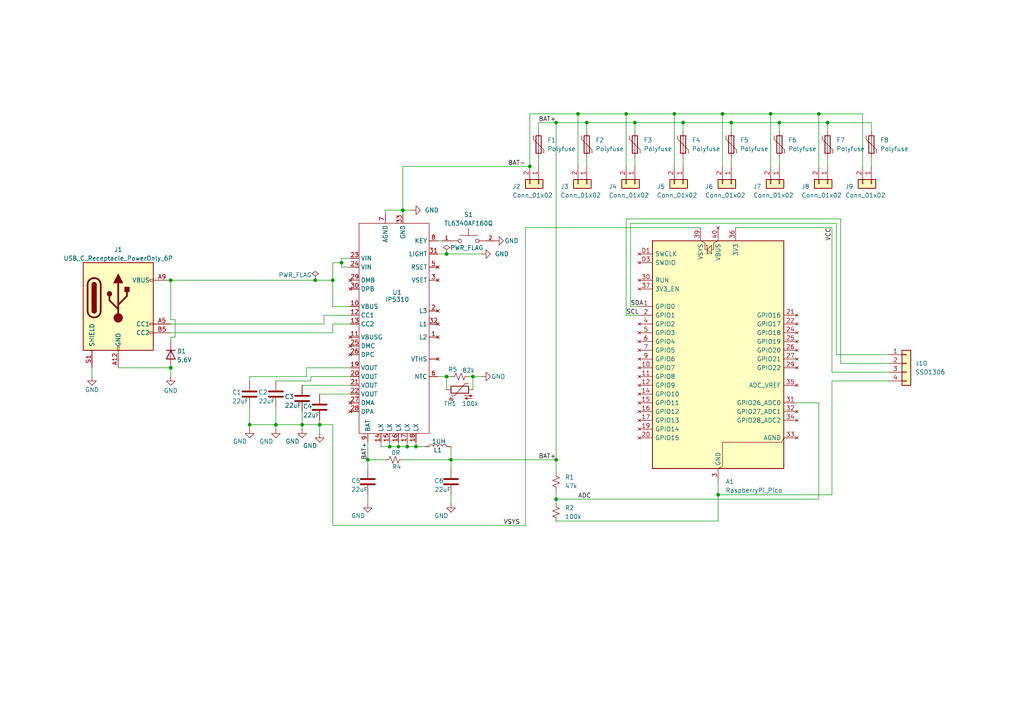
<source format=kicad_sch>
(kicad_sch (version 20250114) (generator "eeschema") (generator_version "9.0")
  (paper "A4")
  (lib_symbols
    (symbol "Connector:USB_C_Receptacle_PowerOnly_6P" (pin_names (offset 1.016))
      (property "Reference" "J" (at 0 16.51 0))
      (property "Value" "USB_C_Receptacle_PowerOnly_6P" (at 0 13.97 0))
      (symbol "USB_C_Receptacle_PowerOnly_6P_0_0"
        (rectangle (start -0.254 -12.7) (end 0.254 -11.684))
        (rectangle (start 10.16 7.874) (end 9.144 7.366))
        (rectangle (start 10.16 -4.826) (end 9.144 -5.334))
        (rectangle (start 10.16 -7.366) (end 9.144 -7.874))
      )
      (symbol "USB_C_Receptacle_PowerOnly_6P_0_1"
        (rectangle (start -10.16 12.7) (end 10.16 -12.7) (stroke (width 0.254)) (fill (type background)))
        (polyline (pts (xy -8.89 -1.27) (xy -8.89 6.35)) (stroke (width 0.508)))
        (rectangle (start -7.62 -1.27) (end -6.35 6.35) (stroke (width 0.254)) (fill (type outline)))
        (arc (start -7.62 6.35) (mid -6.985 6.9823) (end -6.35 6.35) (stroke (width 0.254)))
        (arc (start -7.62 6.35) (mid -6.985 6.9823) (end -6.35 6.35) (stroke (width 0.254)) (fill (type outline)))
        (arc (start -8.89 6.35) (mid -6.985 8.2467) (end -5.08 6.35) (stroke (width 0.508)))
        (arc (start -5.08 -1.27) (mid -6.985 -3.1667) (end -8.89 -1.27) (stroke (width 0.508)))
        (arc (start -6.35 -1.27) (mid -6.985 -1.9023) (end -7.62 -1.27) (stroke (width 0.254)))
        (arc (start -6.35 -1.27) (mid -6.985 -1.9023) (end -7.62 -1.27) (stroke (width 0.254)) (fill (type outline)))
        (polyline (pts (xy -5.08 6.35) (xy -5.08 -1.27)) (stroke (width 0.508)))
        (circle (center -2.54 3.683) (radius 0.635) (stroke (width 0.254)) (fill (type outline)))
        (polyline (pts (xy -1.27 6.858) (xy 0 9.398) (xy 1.27 6.858) (xy -1.27 6.858)) (stroke (width 0.254)) (fill (type outline)))
        (polyline (pts (xy 0 0.508) (xy 2.54 3.048) (xy 2.54 4.318)) (stroke (width 0.508)))
        (polyline (pts (xy 0 -0.762) (xy -2.54 1.778) (xy -2.54 3.048)) (stroke (width 0.508)))
        (polyline (pts (xy 0 -3.302) (xy 0 6.858)) (stroke (width 0.508)))
        (circle (center 0 -3.302) (radius 1.27) (fill (type outline)))
        (rectangle (start 1.905 4.318) (end 3.175 5.588) (stroke (width 0.254)) (fill (type outline)))
      )
      (symbol "USB_C_Receptacle_PowerOnly_6P_1_1"
        (pin passive line (at -7.62 -17.78 90) (length 5.08) (name "SHIELD") (number "S1"))
        (pin passive line (at 0 -17.78 90) (length 5.08) (name "GND") (number "A12"))
        (pin passive line (at 0 -17.78 90) (length 5.08) (hide yes) (name "GND") (number "B12"))
        (pin passive line (at 15.24 7.62 180) (length 5.08) (name "VBUS") (number "A9"))
        (pin passive line (at 15.24 7.62 180) (length 5.08) (hide yes) (name "VBUS") (number "B9"))
        (pin bidirectional line (at 15.24 -5.08 180) (length 5.08) (name "CC1") (number "A5"))
        (pin bidirectional line (at 15.24 -7.62 180) (length 5.08) (name "CC2") (number "B5"))
      )
    )
    (symbol "Connector_Generic:Conn_01x02" (pin_names (offset 1.016) (hide yes))
      (property "Reference" "J" (at 0 2.54 0))
      (property "Value" "Conn_01x02" (at 0 -5.08 0))
      (symbol "Conn_01x02_1_1"
        (rectangle (start -1.27 1.27) (end 1.27 -3.81) (stroke (width 0.254)) (fill (type background)))
        (rectangle (start -1.27 0.127) (end 0 -0.127) (stroke (width 0.1524)))
        (rectangle (start -1.27 -2.413) (end 0 -2.667) (stroke (width 0.1524)))
        (pin passive line (at -5.08 0 0) (length 3.81) (name "Pin_1") (number "1"))
        (pin passive line (at -5.08 -2.54 0) (length 3.81) (name "Pin_2") (number "2"))
      )
    )
    (symbol "Connector_Generic:Conn_01x04" (pin_names (offset 1.016) (hide yes))
      (property "Reference" "J10" (at 2.54 0.0001 0))
      (property "Value" "SSD1306" (at 2.54 -2.5399 0))
      (symbol "Conn_01x04_1_1"
        (rectangle (start -1.27 3.81) (end 1.27 -6.35) (stroke (width 0.254)) (fill (type background)))
        (rectangle (start -1.27 2.667) (end 0 2.413) (stroke (width 0.1524)))
        (rectangle (start -1.27 0.127) (end 0 -0.127) (stroke (width 0.1524)))
        (rectangle (start -1.27 -2.413) (end 0 -2.667) (stroke (width 0.1524)))
        (rectangle (start -1.27 -4.953) (end 0 -5.207) (stroke (width 0.1524)))
        (pin passive line (at -5.08 2.54 0) (length 3.81) (name "SDA") (number "1"))
        (pin passive line (at -5.08 0 0) (length 3.81) (name "SCL") (number "2"))
        (pin passive line (at -5.08 -2.54 0) (length 3.81) (name "VCC") (number "3"))
        (pin passive line (at -5.08 -5.08 0) (length 3.81) (name "GND") (number "4"))
      )
    )
    (symbol "Device:C" (pin_numbers (hide yes)) (pin_names (offset 0.254))
      (property "Reference" "C" (at 0.635 2.54 0))
      (property "Value" "C" (at 0.635 -2.54 0))
      (symbol "C_0_1"
        (polyline (pts (xy -2.032 0.762) (xy 2.032 0.762)) (stroke (width 0.508)))
        (polyline (pts (xy -2.032 -0.762) (xy 2.032 -0.762)) (stroke (width 0.508)))
      )
      (symbol "C_1_1"
        (pin passive line (at 0 3.81 270) (length 2.794) (name "~") (number "1"))
        (pin passive line (at 0 -3.81 90) (length 2.794) (name "~") (number "2"))
      )
    )
    (symbol "Device:L" (pin_numbers (hide yes)) (pin_names (offset 1.016) (hide yes))
      (property "Reference" "L" (at -1.27 0 90))
      (property "Value" "L" (at 1.905 0 90))
      (symbol "L_0_1"
        (arc (start 0 2.54) (mid 0.6323 1.905) (end 0 1.27))
        (arc (start 0 1.27) (mid 0.6323 0.635) (end 0 0))
        (arc (start 0 0) (mid 0.6323 -0.635) (end 0 -1.27))
        (arc (start 0 -1.27) (mid 0.6323 -1.905) (end 0 -2.54))
      )
      (symbol "L_1_1"
        (pin passive line (at 0 3.81 270) (length 1.27) (name "1") (number "1"))
        (pin passive line (at 0 -3.81 90) (length 1.27) (name "2") (number "2"))
      )
    )
    (symbol "Device:Polyfuse" (pin_numbers (hide yes)) (pin_names (offset 0))
      (property "Reference" "F" (at -2.54 0 90))
      (property "Value" "Polyfuse" (at 2.54 0 90))
      (symbol "Polyfuse_0_1"
        (polyline (pts (xy -1.524 2.54) (xy -1.524 1.524) (xy 1.524 -1.524) (xy 1.524 -2.54)))
        (rectangle (start -0.762 2.54) (end 0.762 -2.54) (stroke (width 0.254)))
        (polyline (pts (xy 0 2.54) (xy 0 -2.54)))
      )
      (symbol "Polyfuse_1_1"
        (pin passive line (at 0 3.81 270) (length 1.27) (name "~") (number "1"))
        (pin passive line (at 0 -3.81 90) (length 1.27) (name "~") (number "2"))
      )
    )
    (symbol "Device:R_Small_US" (pin_numbers (hide yes)) (pin_names (offset 0.254) (hide yes))
      (property "Reference" "R" (at 0.762 0.508 0))
      (property "Value" "R_Small_US" (at 0.762 -1.016 0))
      (symbol "R_Small_US_1_1"
        (polyline (pts (xy 0 1.524) (xy 1.016 1.143) (xy 0 0.762) (xy -1.016 0.381) (xy 0 0)))
        (polyline (pts (xy 0 0) (xy 1.016 -0.381) (xy 0 -0.762) (xy -1.016 -1.143) (xy 0 -1.524)))
        (pin passive line (at 0 2.54 270) (length 1.016) (name "~") (number "1"))
        (pin passive line (at 0 -2.54 90) (length 1.016) (name "~") (number "2"))
      )
    )
    (symbol "Device:Thermistor_NTC" (pin_numbers (hide yes)) (pin_names (offset 0))
      (property "Reference" "TH" (at -4.445 0 90))
      (property "Value" "Thermistor_NTC" (at 3.175 0 90))
      (symbol "Thermistor_NTC_0_1"
        (arc (start -3.175 2.413) (mid -3.0506 2.3165) (end -3.048 2.159))
        (arc (start -3.048 2.794) (mid -2.9736 2.9736) (end -2.794 3.048))
        (arc (start -2.794 3.048) (mid -2.6144 2.9736) (end -2.54 2.794))
        (arc (start -2.794 2.54) (mid -2.9736 2.6144) (end -3.048 2.794))
        (arc (start -2.794 1.905) (mid -2.9736 1.9794) (end -3.048 2.159))
        (arc (start -2.54 2.159) (mid -2.6144 1.9794) (end -2.794 1.905))
        (arc (start -2.159 2.794) (mid -2.434 2.5608) (end -2.794 2.54))
        (polyline (pts (xy -2.54 2.159) (xy -2.54 2.794)))
        (polyline (pts (xy -2.54 -3.683) (xy -2.54 -1.397) (xy -2.794 -2.159) (xy -2.286 -2.159) (xy -2.54 -1.397) (xy -2.54 -1.651)) (fill (type outline)))
        (polyline (pts (xy -1.778 2.54) (xy -1.778 1.524) (xy 1.778 -1.524) (xy 1.778 -2.54)))
        (polyline (pts (xy -1.778 -1.397) (xy -1.778 -3.683) (xy -2.032 -2.921) (xy -1.524 -2.921) (xy -1.778 -3.683) (xy -1.778 -3.429)) (fill (type outline)))
        (rectangle (start -1.016 2.54) (end 1.016 -2.54) (stroke (width 0.254)))
      )
      (symbol "Thermistor_NTC_1_1"
        (pin passive line (at 0 3.81 270) (length 1.27) (name "~") (number "1"))
        (pin passive line (at 0 -3.81 90) (length 1.27) (name "~") (number "2"))
      )
    )
    (symbol "Diode:1N4148WT" (pin_numbers (hide yes)) (pin_names (hide yes))
      (property "Reference" "D" (at 0 2.54 0))
      (property "Value" "1N4148WT" (at 0 -2.54 0))
      (symbol "1N4148WT_0_1"
        (polyline (pts (xy -1.27 1.27) (xy -1.27 -1.27)) (stroke (width 0.254)))
        (polyline (pts (xy 1.27 1.27) (xy 1.27 -1.27) (xy -1.27 0) (xy 1.27 1.27)) (stroke (width 0.254)))
        (polyline (pts (xy 1.27 0) (xy -1.27 0)))
      )
      (symbol "1N4148WT_1_1"
        (pin passive line (at -3.81 0 0) (length 2.54) (name "K") (number "1"))
        (pin passive line (at 3.81 0 180) (length 2.54) (name "A") (number "2"))
      )
    )
    (symbol "MCU_Module:RaspberryPi_Pico_Debug" (pin_names (offset 0.762))
      (property "Reference" "A1" (at 2.1433 -35.56 0))
      (property "Value" "RaspberryPi_Pico" (at 2.1433 -38.1 0))
      (symbol "RaspberryPi_Pico_Debug_0_1"
        (rectangle (start -19.05 34.29) (end 19.05 -31.75) (stroke (width 0.254)) (fill (type background)))
        (polyline (pts (xy -5.08 34.29) (xy -3.81 33.655) (xy -3.81 31.75) (xy -3.175 31.75)))
        (polyline (pts (xy -3.429 32.766) (xy -3.429 33.02) (xy -3.175 33.02) (xy -3.175 30.48) (xy -2.921 30.48) (xy -2.921 30.734)))
        (polyline (pts (xy -3.175 31.75) (xy -1.905 33.02) (xy -1.905 30.48) (xy -3.175 31.75)))
        (polyline (pts (xy 0 34.29) (xy -1.27 33.655) (xy -1.27 31.75) (xy -1.905 31.75)))
        (polyline (pts (xy 0 -31.75) (xy 1.27 -31.115) (xy 1.27 -24.13) (xy 18.415 -24.13) (xy 19.05 -22.86)))
      )
      (symbol "RaspberryPi_Pico_Debug_1_1"
        (pin no_connect line (at -22.86 30.48 0) (length 3.81) (name "SWCLK") (number "D1"))
        (pin no_connect line (at -22.86 27.94 0) (length 3.81) (name "SWDIO") (number "D3"))
        (pin no_connect line (at -22.86 22.86 0) (length 3.81) (name "RUN") (number "30"))
        (pin no_connect line (at -22.86 20.32 0) (length 3.81) (name "3V3_EN") (number "37"))
        (pin bidirectional line (at -22.86 15.24 0) (length 3.81) (name "GPIO0") (number "1"))
        (pin bidirectional line (at -22.86 12.7 0) (length 3.81) (name "GPIO1") (number "2"))
        (pin no_connect line (at -22.86 10.16 0) (length 3.81) (name "GPIO2") (number "4"))
        (pin no_connect line (at -22.86 7.62 0) (length 3.81) (name "GPIO3") (number "5"))
        (pin no_connect line (at -22.86 5.08 0) (length 3.81) (name "GPIO4") (number "6"))
        (pin no_connect line (at -22.86 2.54 0) (length 3.81) (name "GPIO5") (number "7"))
        (pin no_connect line (at -22.86 0 0) (length 3.81) (name "GPIO6") (number "9"))
        (pin no_connect line (at -22.86 -2.54 0) (length 3.81) (name "GPIO7") (number "10"))
        (pin no_connect line (at -22.86 -5.08 0) (length 3.81) (name "GPIO8") (number "11"))
        (pin no_connect line (at -22.86 -7.62 0) (length 3.81) (name "GPIO9") (number "12"))
        (pin no_connect line (at -22.86 -10.16 0) (length 3.81) (name "GPIO10") (number "14"))
        (pin no_connect line (at -22.86 -12.7 0) (length 3.81) (name "GPIO11") (number "15"))
        (pin no_connect line (at -22.86 -15.24 0) (length 3.81) (name "GPIO12") (number "16"))
        (pin no_connect line (at -22.86 -17.78 0) (length 3.81) (name "GPIO13") (number "17"))
        (pin no_connect line (at -22.86 -20.32 0) (length 3.81) (name "GPIO14") (number "19"))
        (pin no_connect line (at -22.86 -22.86 0) (length 3.81) (name "GPIO15") (number "20"))
        (pin power_in line (at -5.08 38.1 270) (length 3.81) (name "VSYS") (number "39"))
        (pin no_connect line (at 0 38.1 270) (length 3.81) (name "VBUS") (number "40"))
        (pin passive line (at 0 -35.56 90) (length 3.81) (hide yes) (name "GND") (number "13"))
        (pin passive line (at 0 -35.56 90) (length 3.81) (hide yes) (name "GND") (number "18"))
        (pin passive line (at 0 -35.56 90) (length 3.81) (hide yes) (name "GND") (number "23"))
        (pin passive line (at 0 -35.56 90) (length 3.81) (hide yes) (name "GND") (number "28"))
        (pin power_out line (at 0 -35.56 90) (length 3.81) (name "GND") (number "3"))
        (pin passive line (at 0 -35.56 90) (length 3.81) (hide yes) (name "GND") (number "38"))
        (pin passive line (at 0 -35.56 90) (length 3.81) (hide yes) (name "GND") (number "8"))
        (pin passive line (at 0 -35.56 90) (length 3.81) (hide yes) (name "GND") (number "D2"))
        (pin power_out line (at 5.08 38.1 270) (length 3.81) (name "3V3") (number "36"))
        (pin no_connect line (at 22.86 12.7 180) (length 3.81) (name "GPIO16") (number "21"))
        (pin no_connect line (at 22.86 10.16 180) (length 3.81) (name "GPIO17") (number "22"))
        (pin no_connect line (at 22.86 7.62 180) (length 3.81) (name "GPIO18") (number "24"))
        (pin no_connect line (at 22.86 5.08 180) (length 3.81) (name "GPIO19") (number "25"))
        (pin no_connect line (at 22.86 2.54 180) (length 3.81) (name "GPIO20") (number "26"))
        (pin no_connect line (at 22.86 0 180) (length 3.81) (name "GPIO21") (number "27"))
        (pin no_connect line (at 22.86 -2.54 180) (length 3.81) (name "GPIO22") (number "29"))
        (pin no_connect line (at 22.86 -7.62 180) (length 3.81) (name "ADC_VREF") (number "35"))
        (pin bidirectional line (at 22.86 -12.7 180) (length 3.81) (name "GPIO26_ADC0") (number "31"))
        (pin no_connect line (at 22.86 -15.24 180) (length 3.81) (name "GPIO27_ADC1") (number "32"))
        (pin no_connect line (at 22.86 -17.78 180) (length 3.81) (name "GPIO28_ADC2") (number "34"))
        (pin no_connect line (at 22.86 -22.86 180) (length 3.81) (name "AGND") (number "33"))
      )
    )
    (symbol "New_Library:IP5310"
      (property "Reference" "U1" (at 1.778 23.368 0))
      (property "Value" "~" (at 5.9533 39.37 0))
      (symbol "IP5310_0_1"
        (rectangle (start -8.89 38.1) (end 11.43 -22.86))
      )
      (symbol "IP5310_1_1"
        (pin power_in line (at -11.43 27.94 0) (length 2.54) (name "VIN") (number "23"))
        (pin power_in line (at -11.43 25.4 0) (length 2.54) (name "VIN") (number "24"))
        (pin no_connect line (at -11.43 21.59 0) (length 2.54) (name "DMB") (number "29"))
        (pin no_connect line (at -11.43 19.05 0) (length 2.54) (name "DPB") (number "30"))
        (pin power_in line (at -11.43 13.97 0) (length 2.54) (name "VBUS") (number "10"))
        (pin bidirectional line (at -11.43 11.43 0) (length 2.54) (name "CC1") (number "12"))
        (pin bidirectional line (at -11.43 8.89 0) (length 2.54) (name "CC2") (number "13"))
        (pin no_connect line (at -11.43 5.08 0) (length 2.54) (name "VBUSG") (number "11"))
        (pin no_connect line (at -11.43 2.54 0) (length 2.54) (name "DMC") (number "25"))
        (pin no_connect line (at -11.43 0 0) (length 2.54) (name "DPC") (number "26"))
        (pin power_out line (at -11.43 -3.81 0) (length 2.54) (name "VOUT") (number "19"))
        (pin power_out line (at -11.43 -6.35 0) (length 2.54) (name "VOUT") (number "20"))
        (pin power_out line (at -11.43 -8.89 0) (length 2.54) (name "VOUT") (number "21"))
        (pin power_out line (at -11.43 -11.43 0) (length 2.54) (name "VOUT") (number "22"))
        (pin no_connect line (at -11.43 -13.97 0) (length 2.54) (name "DMA") (number "27"))
        (pin no_connect line (at -11.43 -16.51 0) (length 2.54) (name "DPA") (number "28"))
        (pin bidirectional line (at -6.35 -25.4 90) (length 2.54) (name "BAT") (number "9"))
        (pin passive line (at -2.54 -25.4 90) (length 2.54) (name "LX") (number "14"))
        (pin power_in line (at -1.27 40.64 270) (length 2.54) (name "AGND") (number "7"))
        (pin passive line (at 0 -25.4 90) (length 2.54) (name "LX") (number "15"))
        (pin passive line (at 2.54 -25.4 90) (length 2.54) (name "LX") (number "16"))
        (pin power_in line (at 3.81 40.64 270) (length 2.54) (name "GND") (number "33"))
        (pin passive line (at 5.08 -25.4 90) (length 2.54) (name "LX") (number "17"))
        (pin passive line (at 7.62 -25.4 90) (length 2.54) (name "LX") (number "18"))
        (pin input line (at 13.97 33.02 180) (length 2.54) (name "KEY") (number "8"))
        (pin passive line (at 13.97 29.21 180) (length 2.54) (name "LIGHT") (number "31"))
        (pin no_connect line (at 13.97 25.4 180) (length 2.54) (name "RSET") (number "5"))
        (pin no_connect line (at 13.97 21.59 180) (length 2.54) (name "VSET") (number "3"))
        (pin no_connect line (at 13.97 12.7 180) (length 2.54) (name "L3") (number "2"))
        (pin no_connect line (at 13.97 8.89 180) (length 2.54) (name "L1") (number "32"))
        (pin no_connect line (at 13.97 5.08 180) (length 2.54) (name "L2") (number "1"))
        (pin no_connect line (at 13.97 -1.27 180) (length 2.54) (name "VTHS") (number ""))
        (pin input line (at 13.97 -6.35 180) (length 2.54) (name "NTC") (number "6"))
      )
    )
    (symbol "TL6340AF160Q:TL6340AF160Q" (pin_names (offset 1.016))
      (property "Reference" "S" (at -7.62 5.08 0))
      (property "Value" "TL6340AF160Q" (at -7.62 -5.08 0))
      (symbol "TL6340AF160Q_0_0"
        (polyline (pts (xy -5.08 0) (xy -3.048 0)) (stroke (width 0.1524)))
        (polyline (pts (xy -2.54 1.5875) (xy 0 1.5875)) (stroke (width 0.1524)))
        (circle (center -2.54 0) (radius 0.508) (stroke (width 0.1524)))
        (polyline (pts (xy 0 1.5875) (xy 0 3.4925)) (stroke (width 0.1524)))
        (polyline (pts (xy 0 1.5875) (xy 2.54 1.5875)) (stroke (width 0.1524)))
        (circle (center 2.54 0) (radius 0.508) (stroke (width 0.1524)))
        (polyline (pts (xy 5.08 0) (xy 3.048 0)) (stroke (width 0.1524)))
        (pin passive line (at -7.62 0 0) (length 2.54) (name "~") (number "1"))
        (pin passive line (at 7.62 0 180) (length 2.54) (name "~") (number "2"))
      )
    )
    (symbol "power:GND" (power) (pin_numbers (hide yes)) (pin_names (offset 0) (hide yes))
      (property "Value" "GND" (at 0 -3.81 0))
      (symbol "GND_0_1"
        (polyline (pts (xy 0 0) (xy 0 -1.27) (xy 1.27 -1.27) (xy 0 -2.54) (xy -1.27 -1.27) (xy 0 -1.27)))
      )
      (symbol "GND_1_1"
        (pin power_in line (at 0 0 270) (length 0) (name "~") (number "1"))
      )
    )
    (symbol "power:PWR_FLAG" (power) (pin_numbers (hide yes)) (pin_names (offset 0) (hide yes))
      (property "Value" "PWR_FLAG" (at 0 3.81 0))
      (symbol "PWR_FLAG_0_0"
        (pin power_out line (at 0 0 90) (length 0) (name "~") (number "1"))
      )
      (symbol "PWR_FLAG_0_1"
        (polyline (pts (xy 0 0) (xy 0 1.27) (xy -1.016 1.905) (xy 0 2.54) (xy 1.016 1.905) (xy 0 1.27)))
      )
    )
  )
  (junction (at 115.57 129.54))
  (junction (at 99.06 76.2))
  (junction (at 80.01 123.19))
  (junction (at 87.63 123.19))
  (junction (at 118.11 129.54))
  (junction (at 49.53 106.68))
  (junction (at 113.03 129.54))
  (junction (at 49.53 81.28))
  (junction (at 198.12 35.56))
  (junction (at 153.67 48.26))
  (junction (at 161.29 144.78))
  (junction (at 161.29 133.35))
  (junction (at 208.28 143.51))
  (junction (at 226.06 35.56))
  (junction (at 91.44 81.28))
  (junction (at 96.52 81.28))
  (junction (at 161.29 35.56))
  (junction (at 130.81 133.35))
  (junction (at 72.39 123.19))
  (junction (at 181.61 33.02))
  (junction (at 223.52 33.02))
  (junction (at 116.84 60.96))
  (junction (at 240.03 35.56))
  (junction (at 237.49 33.02))
  (junction (at 106.68 133.35))
  (junction (at 120.65 129.54))
  (junction (at 209.55 33.02))
  (junction (at 167.64 33.02))
  (junction (at 137.16 109.22))
  (junction (at 170.18 35.56))
  (junction (at 129.54 73.66))
  (junction (at 195.58 33.02))
  (junction (at 184.15 35.56))
  (junction (at 129.54 109.22))
  (junction (at 92.71 123.19))
  (junction (at 212.09 35.56))
  (wire (pts (xy 170.18 35.56) (xy 184.15 35.56)))
  (wire (pts (xy 90.17 109.22) (xy 101.6 109.22)))
  (wire (pts (xy 99.06 74.93) (xy 99.06 76.2)))
  (wire (pts (xy 212.09 35.56) (xy 212.09 38.1)))
  (wire (pts (xy 223.52 33.02) (xy 223.52 48.26)))
  (wire (pts (xy 241.3 110.49) (xy 241.3 143.51)))
  (wire (pts (xy 88.9 106.68) (xy 88.9 109.22)))
  (wire (pts (xy 130.81 133.35) (xy 130.81 129.54)))
  (wire (pts (xy 152.4 66.04) (xy 152.4 152.4)))
  (wire (pts (xy 242.57 64.77) (xy 182.88 64.77)))
  (wire (pts (xy 152.4 152.4) (xy 96.52 152.4)))
  (wire (pts (xy 101.6 106.68) (xy 88.9 106.68)))
  (wire (pts (xy 252.73 45.72) (xy 252.73 48.26)))
  (wire (pts (xy 72.39 109.22) (xy 72.39 110.49)))
  (wire (pts (xy 127 73.66) (xy 129.54 73.66)))
  (wire (pts (xy 209.55 33.02) (xy 209.55 48.26)))
  (wire (pts (xy 241.3 107.95) (xy 241.3 66.04)))
  (wire (pts (xy 161.29 144.78) (xy 161.29 146.05)))
  (wire (pts (xy 161.29 142.24) (xy 161.29 144.78)))
  (wire (pts (xy 50.8 92.71) (xy 49.53 92.71)))
  (wire (pts (xy 116.84 48.26) (xy 116.84 60.96)))
  (wire (pts (xy 135.89 109.22) (xy 137.16 109.22)))
  (wire (pts (xy 49.53 81.28) (xy 49.53 92.71)))
  (wire (pts (xy 137.16 109.22) (xy 137.16 113.03)))
  (wire (pts (xy 106.68 143.51) (xy 106.68 146.05)))
  (wire (pts (xy 226.06 35.56) (xy 226.06 38.1)))
  (wire (pts (xy 161.29 151.13) (xy 208.28 151.13)))
  (wire (pts (xy 92.71 114.3) (xy 101.6 114.3)))
  (wire (pts (xy 167.64 33.02) (xy 181.61 33.02)))
  (wire (pts (xy 170.18 35.56) (xy 170.18 38.1)))
  (wire (pts (xy 181.61 91.44) (xy 185.42 91.44)))
  (wire (pts (xy 257.81 110.49) (xy 241.3 110.49)))
  (wire (pts (xy 181.61 33.02) (xy 195.58 33.02)))
  (wire (pts (xy 237.49 116.84) (xy 237.49 144.78)))
  (wire (pts (xy 161.29 35.56) (xy 156.21 35.56)))
  (wire (pts (xy 93.98 91.44) (xy 101.6 91.44)))
  (wire (pts (xy 80.01 123.19) (xy 80.01 124.46)))
  (wire (pts (xy 129.54 73.66) (xy 139.7 73.66)))
  (wire (pts (xy 240.03 35.56) (xy 252.73 35.56)))
  (wire (pts (xy 203.2 66.04) (xy 152.4 66.04)))
  (wire (pts (xy 237.49 33.02) (xy 237.49 48.26)))
  (wire (pts (xy 106.68 128.27) (xy 106.68 133.35)))
  (wire (pts (xy 120.65 129.54) (xy 123.19 129.54)))
  (wire (pts (xy 184.15 35.56) (xy 198.12 35.56)))
  (wire (pts (xy 99.06 76.2) (xy 99.06 77.47)))
  (wire (pts (xy 113.03 128.27) (xy 113.03 129.54)))
  (wire (pts (xy 130.81 133.35) (xy 130.81 135.89)))
  (wire (pts (xy 161.29 133.35) (xy 130.81 133.35)))
  (wire (pts (xy 127 109.22) (xy 129.54 109.22)))
  (wire (pts (xy 130.81 143.51) (xy 130.81 146.05)))
  (wire (pts (xy 106.68 133.35) (xy 111.76 133.35)))
  (wire (pts (xy 90.17 109.22) (xy 90.17 110.49)))
  (wire (pts (xy 161.29 35.56) (xy 161.29 133.35)))
  (wire (pts (xy 129.54 109.22) (xy 130.81 109.22)))
  (wire (pts (xy 226.06 45.72) (xy 226.06 48.26)))
  (wire (pts (xy 26.67 106.68) (xy 26.67 109.22)))
  (wire (pts (xy 156.21 45.72) (xy 156.21 48.26)))
  (wire (pts (xy 170.18 45.72) (xy 170.18 48.26)))
  (wire (pts (xy 257.81 105.41) (xy 243.84 105.41)))
  (wire (pts (xy 237.49 144.78) (xy 161.29 144.78)))
  (wire (pts (xy 209.55 33.02) (xy 223.52 33.02)))
  (wire (pts (xy 96.52 76.2) (xy 99.06 76.2)))
  (wire (pts (xy 208.28 151.13) (xy 208.28 143.51)))
  (wire (pts (xy 49.53 96.52) (xy 96.52 96.52)))
  (wire (pts (xy 72.39 123.19) (xy 80.01 123.19)))
  (wire (pts (xy 111.76 62.23) (xy 111.76 60.96)))
  (wire (pts (xy 231.14 116.84) (xy 237.49 116.84)))
  (wire (pts (xy 110.49 128.27) (xy 110.49 129.54)))
  (wire (pts (xy 96.52 96.52) (xy 96.52 93.98)))
  (wire (pts (xy 110.49 129.54) (xy 113.03 129.54)))
  (wire (pts (xy 243.84 63.5) (xy 181.61 63.5)))
  (wire (pts (xy 237.49 33.02) (xy 250.19 33.02)))
  (wire (pts (xy 101.6 88.9) (xy 96.52 88.9)))
  (wire (pts (xy 96.52 88.9) (xy 96.52 81.28)))
  (wire (pts (xy 153.67 48.26) (xy 153.67 33.02)))
  (wire (pts (xy 195.58 33.02) (xy 209.55 33.02)))
  (wire (pts (xy 195.58 33.02) (xy 195.58 48.26)))
  (wire (pts (xy 34.29 106.68) (xy 49.53 106.68)))
  (wire (pts (xy 96.52 93.98) (xy 101.6 93.98)))
  (wire (pts (xy 120.65 128.27) (xy 120.65 129.54)))
  (wire (pts (xy 87.63 111.76) (xy 101.6 111.76)))
  (wire (pts (xy 116.84 60.96) (xy 119.38 60.96)))
  (wire (pts (xy 241.3 66.04) (xy 213.36 66.04)))
  (wire (pts (xy 198.12 45.72) (xy 198.12 48.26)))
  (wire (pts (xy 87.63 123.19) (xy 87.63 124.46)))
  (wire (pts (xy 99.06 74.93) (xy 101.6 74.93)))
  (wire (pts (xy 240.03 45.72) (xy 240.03 48.26)))
  (wire (pts (xy 111.76 60.96) (xy 116.84 60.96)))
  (wire (pts (xy 153.67 48.26) (xy 116.84 48.26)))
  (wire (pts (xy 252.73 35.56) (xy 252.73 38.1)))
  (wire (pts (xy 129.54 109.22) (xy 129.54 113.03)))
  (wire (pts (xy 212.09 45.72) (xy 212.09 48.26)))
  (wire (pts (xy 87.63 123.19) (xy 92.71 123.19)))
  (wire (pts (xy 184.15 35.56) (xy 184.15 38.1)))
  (wire (pts (xy 96.52 76.2) (xy 96.52 81.28)))
  (wire (pts (xy 161.29 133.35) (xy 161.29 137.16)))
  (wire (pts (xy 153.67 33.02) (xy 167.64 33.02)))
  (wire (pts (xy 49.53 97.79) (xy 50.8 97.79)))
  (wire (pts (xy 243.84 105.41) (xy 243.84 63.5)))
  (wire (pts (xy 127 69.85) (xy 128.27 69.85)))
  (wire (pts (xy 181.61 63.5) (xy 181.61 91.44)))
  (wire (pts (xy 250.19 33.02) (xy 250.19 48.26)))
  (wire (pts (xy 96.52 123.19) (xy 96.52 152.4)))
  (wire (pts (xy 223.52 33.02) (xy 237.49 33.02)))
  (wire (pts (xy 181.61 33.02) (xy 181.61 48.26)))
  (wire (pts (xy 92.71 123.19) (xy 92.71 125.73)))
  (wire (pts (xy 198.12 35.56) (xy 198.12 38.1)))
  (wire (pts (xy 49.53 81.28) (xy 91.44 81.28)))
  (wire (pts (xy 137.16 109.22) (xy 139.7 109.22)))
  (wire (pts (xy 156.21 35.56) (xy 156.21 38.1)))
  (wire (pts (xy 72.39 109.22) (xy 88.9 109.22)))
  (wire (pts (xy 115.57 129.54) (xy 118.11 129.54)))
  (wire (pts (xy 93.98 93.98) (xy 93.98 91.44)))
  (wire (pts (xy 49.53 93.98) (xy 93.98 93.98)))
  (wire (pts (xy 184.15 45.72) (xy 184.15 48.26)))
  (wire (pts (xy 113.03 129.54) (xy 115.57 129.54)))
  (wire (pts (xy 80.01 123.19) (xy 87.63 123.19)))
  (wire (pts (xy 49.53 106.68) (xy 49.53 109.22)))
  (wire (pts (xy 49.53 99.06) (xy 49.53 97.79)))
  (wire (pts (xy 182.88 88.9) (xy 185.42 88.9)))
  (wire (pts (xy 72.39 123.19) (xy 72.39 124.46)))
  (wire (pts (xy 92.71 121.92) (xy 92.71 123.19)))
  (wire (pts (xy 182.88 64.77) (xy 182.88 88.9)))
  (wire (pts (xy 257.81 107.95) (xy 241.3 107.95)))
  (wire (pts (xy 91.44 81.28) (xy 96.52 81.28)))
  (wire (pts (xy 198.12 35.56) (xy 212.09 35.56)))
  (wire (pts (xy 241.3 143.51) (xy 208.28 143.51)))
  (wire (pts (xy 118.11 129.54) (xy 120.65 129.54)))
  (wire (pts (xy 87.63 119.38) (xy 87.63 123.19)))
  (wire (pts (xy 116.84 133.35) (xy 130.81 133.35)))
  (wire (pts (xy 167.64 33.02) (xy 167.64 48.26)))
  (wire (pts (xy 208.28 143.51) (xy 208.28 139.7)))
  (wire (pts (xy 80.01 118.11) (xy 80.01 123.19)))
  (wire (pts (xy 106.68 133.35) (xy 106.68 135.89)))
  (wire (pts (xy 90.17 110.49) (xy 80.01 110.49)))
  (wire (pts (xy 242.57 102.87) (xy 242.57 64.77)))
  (wire (pts (xy 50.8 97.79) (xy 50.8 92.71)))
  (wire (pts (xy 118.11 128.27) (xy 118.11 129.54)))
  (wire (pts (xy 161.29 35.56) (xy 170.18 35.56)))
  (wire (pts (xy 101.6 77.47) (xy 99.06 77.47)))
  (wire (pts (xy 92.71 123.19) (xy 96.52 123.19)))
  (wire (pts (xy 226.06 35.56) (xy 240.03 35.56)))
  (wire (pts (xy 116.84 60.96) (xy 116.84 62.23)))
  (wire (pts (xy 212.09 35.56) (xy 226.06 35.56)))
  (wire (pts (xy 240.03 35.56) (xy 240.03 38.1)))
  (wire (pts (xy 72.39 118.11) (xy 72.39 123.19)))
  (wire (pts (xy 257.81 102.87) (xy 242.57 102.87)))
  (wire (pts (xy 115.57 128.27) (xy 115.57 129.54)))
  (label "BAT+" (at 106.68 133.35 90))
  (label "VCC" (at 241.3 69.85 90))
  (label "VSYS" (at 146.05 152.4 0))
  (label "ADC" (at 167.64 144.78 0))
  (label "SCL" (at 181.61 91.44 0))
  (label "BAT+" (at 156.21 35.56 0))
  (label "SDA" (at 182.88 88.9 0))
  (label "BAT+" (at 156.21 133.35 0))
  (label "BAT-" (at 147.32 48.26 0))
  (symbol (lib_id "Device:Polyfuse") (at 226.06 41.91 0) (unit 1)
    (property "Reference" "F6" (at 228.6 40.6399 0) (effects (justify left)))
    (property "Value" "Polyfuse" (at 228.6 43.1799 0) (effects (justify left)))
    (property "Footprint" "Fuse:Fuse_1812_4532Metric_Pad1.30x3.40mm_HandSolder" (effects (hide yes)))
    (property "Description" "Resettable fuse, polymeric positive temperature coefficient" (effects (hide yes)))
  )
  (symbol (lib_id "MCU_Module:RaspberryPi_Pico_Debug") (at 208.28 104.14 0) (unit 1)
    (property "Reference" "A1" (at 210.4233 139.7 0) (effects (justify left)))
    (property "Value" "RaspberryPi_Pico" (at 210.4233 142.24 0) (effects (justify left)))
    (property "Footprint" "Module:RaspberryPi_Pico_SMD_HandSolder" (effects (hide yes)))
    (property "Datasheet" "https://datasheets.raspberrypi.com/pico/pico-datasheet.pdf" (effects (hide yes)))
    (property "Description" "Versatile and inexpensive microcontroller module (with debug pins) powered by RP2040 dual-core Arm Cortex-M0+ processor up to 133 MHz, 264kB SRAM, 2MB QSPI flash; also supports Raspberry Pi Pico 2" (effects (hide yes)))
  )
  (symbol (lib_id "Device:L") (at 127 129.54 90) (unit 1)
    (property "Reference" "L1" (at 127 130.556 90))
    (property "Value" "1UH" (at 127.254 128.016 90))
    (property "Footprint" "Inductor_SMD:L_6.3x6.3_H3" (effects (hide yes)))
    (property "Description" "Inductor" (effects (hide yes)))
  )
  (symbol (lib_id "Device:C") (at 87.63 115.57 0) (unit 1)
    (property "Reference" "C3" (at 82.55 115.062 0) (effects (justify left)))
    (property "Value" "22uF" (at 82.55 117.602 0) (effects (justify left)))
    (property "Footprint" "Capacitor_SMD:C_1206_3216Metric_Pad1.33x1.80mm_HandSolder" (effects (hide yes)))
    (property "Description" "Unpolarized capacitor" (effects (hide yes)))
  )
  (symbol (lib_id "Connector_Generic:Conn_01x02") (at 156.21 53.34 270) (unit 1)
    (property "Reference" "J2" (at 148.59 54.102 90) (effects (justify left)))
    (property "Value" "Conn_01x02" (at 148.59 56.642 90) (effects (justify left)))
    (property "Footprint" "Battery:BatteryHolder_Keystone_1042_1x18650" (effects (hide yes)))
    (property "Description" "Generic connector, single row, 01x02, script generated (kicad-library-utils/schlib/autogen/connector/)" (effects (hide yes)))
  )
  (symbol (lib_id "Device:C") (at 106.68 139.7 0) (unit 1)
    (property "Reference" "C5" (at 101.854 139.446 0) (effects (justify left)))
    (property "Value" "22uF" (at 101.854 141.986 0) (effects (justify left)))
    (property "Footprint" "Capacitor_SMD:C_1206_3216Metric_Pad1.33x1.80mm_HandSolder" (effects (hide yes)))
    (property "Description" "Unpolarized capacitor" (effects (hide yes)))
  )
  (symbol (lib_id "Device:Polyfuse") (at 170.18 41.91 0) (unit 1)
    (property "Reference" "F2" (at 172.72 40.6399 0) (effects (justify left)))
    (property "Value" "Polyfuse" (at 172.72 43.1799 0) (effects (justify left)))
    (property "Footprint" "Fuse:Fuse_1812_4532Metric_Pad1.30x3.40mm_HandSolder" (effects (hide yes)))
    (property "Description" "Resettable fuse, polymeric positive temperature coefficient" (effects (hide yes)))
  )
  (symbol (lib_id "Device:Polyfuse") (at 212.09 41.91 0) (unit 1)
    (property "Reference" "F5" (at 214.63 40.6399 0) (effects (justify left)))
    (property "Value" "Polyfuse" (at 214.63 43.1799 0) (effects (justify left)))
    (property "Footprint" "Fuse:Fuse_1812_4532Metric_Pad1.30x3.40mm_HandSolder" (effects (hide yes)))
    (property "Description" "Resettable fuse, polymeric positive temperature coefficient" (effects (hide yes)))
  )
  (symbol (lib_id "Device:Polyfuse") (at 198.12 41.91 0) (unit 1)
    (property "Reference" "F4" (at 200.66 40.6399 0) (effects (justify left)))
    (property "Value" "Polyfuse" (at 200.66 43.1799 0) (effects (justify left)))
    (property "Footprint" "Fuse:Fuse_1812_4532Metric_Pad1.30x3.40mm_HandSolder" (effects (hide yes)))
    (property "Description" "Resettable fuse, polymeric positive temperature coefficient" (effects (hide yes)))
  )
  (symbol (lib_id "power:GND") (at 143.51 69.85 90) (unit 1)
    (property "Reference" "#PWR02" (effects (hide yes)))
    (property "Value" "GND" (at 146.304 69.85 90) (effects (justify right)))
    (property "Description" "Power symbol creates a global label with name \"GND\" , ground" (effects (hide yes)))
  )
  (symbol (lib_id "Connector_Generic:Conn_01x02") (at 240.03 53.34 270) (unit 1)
    (property "Reference" "J8" (at 232.41 54.102 90) (effects (justify left)))
    (property "Value" "Conn_01x02" (at 232.41 56.642 90) (effects (justify left)))
    (property "Footprint" "Battery:BatteryHolder_Keystone_1042_1x18650" (effects (hide yes)))
    (property "Description" "Generic connector, single row, 01x02, script generated (kicad-library-utils/schlib/autogen/connector/)" (effects (hide yes)))
  )
  (symbol (lib_id "power:GND") (at 92.71 125.73 0) (unit 1)
    (property "Reference" "#PWR011" (effects (hide yes)))
    (property "Value" "GND" (at 89.916 129.286 0))
    (property "Description" "Power symbol creates a global label with name \"GND\" , ground" (effects (hide yes)))
  )
  (symbol (lib_id "power:GND") (at 119.38 60.96 90) (unit 1)
    (property "Reference" "#PWR03" (effects (hide yes)))
    (property "Value" "GND" (at 123.19 60.9599 90) (effects (justify right)))
    (property "Description" "Power symbol creates a global label with name \"GND\" , ground" (effects (hide yes)))
  )
  (symbol (lib_id "Device:Polyfuse") (at 240.03 41.91 0) (unit 1)
    (property "Reference" "F7" (at 242.57 40.6399 0) (effects (justify left)))
    (property "Value" "Polyfuse" (at 242.57 43.1799 0) (effects (justify left)))
    (property "Footprint" "Fuse:Fuse_1812_4532Metric_Pad1.30x3.40mm_HandSolder" (effects (hide yes)))
    (property "Description" "Resettable fuse, polymeric positive temperature coefficient" (effects (hide yes)))
  )
  (symbol (lib_id "power:GND") (at 26.67 109.22 0) (unit 1)
    (property "Reference" "#PWR04" (effects (hide yes)))
    (property "Value" "GND" (at 26.67 113.03 0))
    (property "Description" "Power symbol creates a global label with name \"GND\" , ground" (effects (hide yes)))
  )
  (symbol (lib_id "Connector_Generic:Conn_01x02") (at 212.09 53.34 270) (unit 1)
    (property "Reference" "J6" (at 204.47 54.102 90) (effects (justify left)))
    (property "Value" "Conn_01x02" (at 204.47 56.642 90) (effects (justify left)))
    (property "Footprint" "Battery:BatteryHolder_Keystone_1042_1x18650" (effects (hide yes)))
    (property "Description" "Generic connector, single row, 01x02, script generated (kicad-library-utils/schlib/autogen/connector/)" (effects (hide yes)))
  )
  (symbol (lib_id "Connector:USB_C_Receptacle_PowerOnly_6P") (at 34.29 88.9 0) (unit 1)
    (property "Reference" "J1" (at 34.29 72.39 0))
    (property "Value" "USB_C_Receptacle_PowerOnly_6P" (at 34.29 74.93 0))
    (property "Footprint" "Connector_USB:USB_C_Receptacle_GCT_USB4110" (effects (hide yes)))
    (property "Datasheet" "https://www.usb.org/sites/default/files/documents/usb_type-c.zip" (effects (hide yes)))
    (property "Description" "USB Power-Only 6P Type-C Receptacle connector" (effects (hide yes)))
  )
  (symbol (lib_id "Device:R_Small_US") (at 161.29 139.7 0) (unit 1)
    (property "Reference" "R1" (at 163.83 138.4299 0) (effects (justify left)))
    (property "Value" "47k" (at 163.83 140.9699 0) (effects (justify left)))
    (property "Footprint" "Resistor_SMD:R_1206_3216Metric_Pad1.30x1.75mm_HandSolder" (effects (hide yes)))
    (property "Description" "Resistor, small US symbol" (effects (hide yes)))
  )
  (symbol (lib_id "Connector_Generic:Conn_01x02") (at 252.73 53.34 270) (unit 1)
    (property "Reference" "J9" (at 245.11 54.102 90) (effects (justify left)))
    (property "Value" "Conn_01x02" (at 245.11 56.642 90) (effects (justify left)))
    (property "Footprint" "Battery:BatteryHolder_Keystone_1042_1x18650" (effects (hide yes)))
    (property "Description" "Generic connector, single row, 01x02, script generated (kicad-library-utils/schlib/autogen/connector/)" (effects (hide yes)))
  )
  (symbol (lib_id "Device:Polyfuse") (at 252.73 41.91 0) (unit 1)
    (property "Reference" "F8" (at 255.27 40.6399 0) (effects (justify left)))
    (property "Value" "Polyfuse" (at 255.27 43.1799 0) (effects (justify left)))
    (property "Footprint" "Fuse:Fuse_1812_4532Metric_Pad1.30x3.40mm_HandSolder" (effects (hide yes)))
    (property "Description" "Resettable fuse, polymeric positive temperature coefficient" (effects (hide yes)))
  )
  (symbol (lib_id "power:GND") (at 49.53 109.22 0) (unit 1)
    (property "Reference" "#PWR06" (effects (hide yes)))
    (property "Value" "GND" (at 49.53 113.284 0))
    (property "Description" "Power symbol creates a global label with name \"GND\" , ground" (effects (hide yes)))
  )
  (symbol (lib_id "Diode:1N4148WT") (at 49.53 102.87 270) (unit 1)
    (property "Reference" "D1" (at 51.308 101.854 90) (effects (justify left)))
    (property "Value" "5.6V" (at 51.308 104.394 90) (effects (justify left)))
    (property "Footprint" "Diode_SMD:D_SMA_Handsoldering" (effects (hide yes)))
    (property "Datasheet" "https://www.diodes.com/assets/Datasheets/ds30396.pdf" (effects (hide yes)))
    (property "Description" "75V 0.15A Fast switching Diode, SOD-523" (effects (hide yes)))
    (property "Sim.Device" "D" (effects (hide yes)))
    (property "Sim.Pins" "1=K 2=A" (effects (hide yes)))
  )
  (symbol (lib_id "Connector_Generic:Conn_01x02") (at 198.12 53.34 270) (unit 1)
    (property "Reference" "J5" (at 190.5 54.102 90) (effects (justify left)))
    (property "Value" "Conn_01x02" (at 190.5 56.642 90) (effects (justify left)))
    (property "Footprint" "Battery:BatteryHolder_Keystone_1042_1x18650" (effects (hide yes)))
    (property "Description" "Generic connector, single row, 01x02, script generated (kicad-library-utils/schlib/autogen/connector/)" (effects (hide yes)))
  )
  (symbol (lib_id "Device:R_Small_US") (at 133.35 109.22 90) (unit 1)
    (property "Reference" "R5" (at 131.318 107.188 90))
    (property "Value" "82k" (at 135.89 107.442 90))
    (property "Footprint" "Resistor_SMD:R_1206_3216Metric_Pad1.30x1.75mm_HandSolder" (effects (hide yes)))
    (property "Description" "Resistor, small US symbol" (effects (hide yes)))
  )
  (symbol (lib_id "Device:C") (at 80.01 114.3 0) (unit 1)
    (property "Reference" "C2" (at 74.93 113.792 0) (effects (justify left)))
    (property "Value" "22uF" (at 74.93 116.332 0) (effects (justify left)))
    (property "Footprint" "Capacitor_SMD:C_1206_3216Metric_Pad1.33x1.80mm_HandSolder" (effects (hide yes)))
    (property "Description" "Unpolarized capacitor" (effects (hide yes)))
  )
  (symbol (lib_id "power:GND") (at 72.39 124.46 0) (unit 1)
    (property "Reference" "#PWR08" (effects (hide yes)))
    (property "Value" "GND" (at 69.596 128.016 0))
    (property "Description" "Power symbol creates a global label with name \"GND\" , ground" (effects (hide yes)))
  )
  (symbol (lib_id "power:GND") (at 80.01 124.46 0) (unit 1)
    (property "Reference" "#PWR09" (effects (hide yes)))
    (property "Value" "GND" (at 77.216 128.016 0))
    (property "Description" "Power symbol creates a global label with name \"GND\" , ground" (effects (hide yes)))
  )
  (symbol (lib_id "power:GND") (at 106.68 146.05 0) (unit 1)
    (property "Reference" "#PWR012" (effects (hide yes)))
    (property "Value" "GND" (at 103.886 149.606 0))
    (property "Description" "Power symbol creates a global label with name \"GND\" , ground" (effects (hide yes)))
  )
  (symbol (lib_id "TL6340AF160Q:TL6340AF160Q") (at 135.89 69.85 0) (unit 1)
    (property "Reference" "S1" (at 135.89 62.23 0))
    (property "Value" "TL6340AF160Q" (at 135.89 64.77 0))
    (property "Footprint" "TL6340AF160Q:SW_TL6340AF160Q" (effects (hide yes)))
    (property "MF" "E-SWITCH" (effects (hide yes)))
    (property "MAXIMUM_PACKAGE_HEIGHT" "1.55mm" (effects (hide yes)))
    (property "Package" "None" (effects (hide yes)))
    (property "Price" "None" (effects (hide yes)))
    (property "Check_prices" "https://www.snapeda.com/parts/TL6340AF160Q/E-Switch/view-part/?ref=eda" (effects (hide yes)))
    (property "STANDARD" "Manufacturer Recommendations" (effects (hide yes)))
    (property "PARTREV" "10.23.2019" (effects (hide yes)))
    (property "SnapEDA_Link" "https://www.snapeda.com/parts/TL6340AF160Q/E-Switch/view-part/?ref=snap" (effects (hide yes)))
    (property "MP" "TL6340AF160Q" (effects (hide yes)))
    (property "Description_1" "Tactile Switch SPST-NO Side Actuated Surface Mount, Right Angle" (effects (hide yes)))
    (property "MANUFACTURER" "E-Swtich" (effects (hide yes)))
    (property "Availability" "In Stock" (effects (hide yes)))
    (property "SNAPEDA_PN" "TL6340AF160Q" (effects (hide yes)))
  )
  (symbol (lib_id "Connector_Generic:Conn_01x02") (at 170.18 53.34 270) (unit 1)
    (property "Reference" "J3" (at 162.56 54.102 90) (effects (justify left)))
    (property "Value" "Conn_01x02" (at 162.56 56.642 90) (effects (justify left)))
    (property "Footprint" "Battery:BatteryHolder_Keystone_1042_1x18650" (effects (hide yes)))
    (property "Description" "Generic connector, single row, 01x02, script generated (kicad-library-utils/schlib/autogen/connector/)" (effects (hide yes)))
  )
  (symbol (lib_id "Device:C") (at 92.71 118.11 0) (unit 1)
    (property "Reference" "C4" (at 87.884 117.856 0) (effects (justify left)))
    (property "Value" "22uF" (at 87.884 120.396 0) (effects (justify left)))
    (property "Footprint" "Capacitor_SMD:C_1206_3216Metric_Pad1.33x1.80mm_HandSolder" (effects (hide yes)))
    (property "Description" "Unpolarized capacitor" (effects (hide yes)))
  )
  (symbol (lib_id "Connector_Generic:Conn_01x02") (at 184.15 53.34 270) (unit 1)
    (property "Reference" "J4" (at 176.53 54.102 90) (effects (justify left)))
    (property "Value" "Conn_01x02" (at 176.53 56.642 90) (effects (justify left)))
    (property "Footprint" "Battery:BatteryHolder_Keystone_1042_1x18650" (effects (hide yes)))
    (property "Description" "Generic connector, single row, 01x02, script generated (kicad-library-utils/schlib/autogen/connector/)" (effects (hide yes)))
  )
  (symbol (lib_id "power:PWR_FLAG") (at 91.44 81.28 0) (unit 1)
    (property "Reference" "#FLG03" (effects (hide yes)))
    (property "Value" "PWR_FLAG" (at 85.598 79.756 0))
    (property "Description" "Special symbol for telling ERC where power comes from" (effects (hide yes)))
  )
  (symbol (lib_id "power:GND") (at 130.81 146.05 0) (unit 1)
    (property "Reference" "#PWR013" (effects (hide yes)))
    (property "Value" "GND" (at 128.016 149.606 0))
    (property "Description" "Power symbol creates a global label with name \"GND\" , ground" (effects (hide yes)))
  )
  (symbol (lib_id "Connector_Generic:Conn_01x02") (at 226.06 53.34 270) (unit 1)
    (property "Reference" "J7" (at 218.44 54.102 90) (effects (justify left)))
    (property "Value" "Conn_01x02" (at 218.44 56.642 90) (effects (justify left)))
    (property "Footprint" "Battery:BatteryHolder_Keystone_1042_1x18650" (effects (hide yes)))
    (property "Description" "Generic connector, single row, 01x02, script generated (kicad-library-utils/schlib/autogen/connector/)" (effects (hide yes)))
  )
  (symbol (lib_id "power:GND") (at 87.63 124.46 0) (unit 1)
    (property "Reference" "#PWR010" (effects (hide yes)))
    (property "Value" "GND" (at 84.836 128.016 0))
    (property "Description" "Power symbol creates a global label with name \"GND\" , ground" (effects (hide yes)))
  )
  (symbol (lib_id "Device:C") (at 130.81 139.7 0) (unit 1)
    (property "Reference" "C6" (at 125.984 139.446 0) (effects (justify left)))
    (property "Value" "22uF" (at 125.984 141.986 0) (effects (justify left)))
    (property "Footprint" "Capacitor_SMD:C_1206_3216Metric_Pad1.33x1.80mm_HandSolder" (effects (hide yes)))
    (property "Description" "Unpolarized capacitor" (effects (hide yes)))
  )
  (symbol (lib_id "Device:Polyfuse") (at 156.21 41.91 0) (unit 1)
    (property "Reference" "F1" (at 158.75 40.6399 0) (effects (justify left)))
    (property "Value" "Polyfuse" (at 158.75 43.1799 0) (effects (justify left)))
    (property "Footprint" "Fuse:Fuse_1812_4532Metric_Pad1.30x3.40mm_HandSolder" (effects (hide yes)))
    (property "Description" "Resettable fuse, polymeric positive temperature coefficient" (effects (hide yes)))
  )
  (symbol (lib_id "Device:C") (at 72.39 114.3 0) (unit 1)
    (property "Reference" "C1" (at 67.31 113.792 0) (effects (justify left)))
    (property "Value" "22uF" (at 67.31 116.332 0) (effects (justify left)))
    (property "Footprint" "Capacitor_SMD:C_1206_3216Metric_Pad1.33x1.80mm_HandSolder" (effects (hide yes)))
    (property "Description" "Unpolarized capacitor" (effects (hide yes)))
  )
  (symbol (lib_id "Device:R_Small_US") (at 161.29 148.59 0) (unit 1)
    (property "Reference" "R2" (at 163.83 147.3199 0) (effects (justify left)))
    (property "Value" "100k" (at 163.83 149.8599 0) (effects (justify left)))
    (property "Footprint" "Resistor_SMD:R_1206_3216Metric_Pad1.30x1.75mm_HandSolder" (effects (hide yes)))
    (property "Description" "Resistor, small US symbol" (effects (hide yes)))
  )
  (symbol (lib_id "Device:Polyfuse") (at 184.15 41.91 0) (unit 1)
    (property "Reference" "F3" (at 186.69 40.6399 0) (effects (justify left)))
    (property "Value" "Polyfuse" (at 186.69 43.1799 0) (effects (justify left)))
    (property "Footprint" "Fuse:Fuse_1812_4532Metric_Pad1.30x3.40mm_HandSolder" (effects (hide yes)))
    (property "Description" "Resettable fuse, polymeric positive temperature coefficient" (effects (hide yes)))
  )
  (symbol (lib_id "power:GND") (at 139.7 109.22 90) (unit 1)
    (property "Reference" "#PWR014" (effects (hide yes)))
    (property "Value" "GND" (at 144.526 109.22 90))
    (property "Description" "Power symbol creates a global label with name \"GND\" , ground" (effects (hide yes)))
  )
  (symbol (lib_id "Connector_Generic:Conn_01x04") (at 262.89 105.41 0) (unit 1)
    (property "Reference" "J10" (at 265.43 105.4099 0) (effects (justify left)))
    (property "Value" "SSD1306" (at 265.43 107.9499 0) (effects (justify left)))
    (property "Footprint" "Connector_PinHeader_2.54mm:PinHeader_1x04_P2.54mm_Horizontal" (effects (hide yes)))
    (property "Description" "Generic connector, single row, 01x04, script generated (kicad-library-utils/schlib/autogen/connector/)" (effects (hide yes)))
  )
  (symbol (lib_id "power:GND") (at 139.7 73.66 90) (unit 1)
    (property "Reference" "#PWR01" (effects (hide yes)))
    (property "Value" "GND" (at 143.51 73.6599 90) (effects (justify right)))
    (property "Description" "Power symbol creates a global label with name \"GND\" , ground" (effects (hide yes)))
  )
  (symbol (lib_id "power:PWR_FLAG") (at 129.54 73.66 0) (unit 1)
    (property "Reference" "#FLG02" (effects (hide yes)))
    (property "Value" "PWR_FLAG" (at 135.382 71.882 0))
    (property "Description" "Special symbol for telling ERC where power comes from" (effects (hide yes)))
  )
  (symbol (lib_id "Device:Thermistor_NTC") (at 133.35 113.03 90) (unit 1)
    (property "Reference" "TH1" (at 130.556 117.094 90))
    (property "Value" "100k" (at 136.398 117.094 90))
    (property "Footprint" "Resistor_SMD:R_1206_3216Metric_Pad1.30x1.75mm_HandSolder" (effects (hide yes)))
    (property "Description" "Temperature dependent resistor, negative temperature coefficient" (effects (hide yes)))
  )
  (symbol (lib_id "Device:R_Small_US") (at 114.3 133.35 270) (unit 1)
    (property "Reference" "R4" (at 115.062 135.382 90))
    (property "Value" "0R" (at 114.808 131.318 90))
    (property "Footprint" "Resistor_SMD:R_1206_3216Metric_Pad1.30x1.75mm_HandSolder" (effects (hide yes)))
    (property "Description" "Resistor, small US symbol" (effects (hide yes)))
  )
  (symbol (lib_id "New_Library:IP5310") (at 113.03 102.87 0) (unit 1)
    (property "Reference" "U1" (at 113.792 84.836 0) (effects (justify left)))
    (property "Value" "IP5310" (at 111.76 86.868 0) (effects (justify left)))
    (property "Footprint" "Package_DFN_QFN:QFN-32-1EP_5x5mm_P0.5mm_EP3.3x3.3mm_ThermalVias" (effects (hide yes)))
  )
)
</source>
